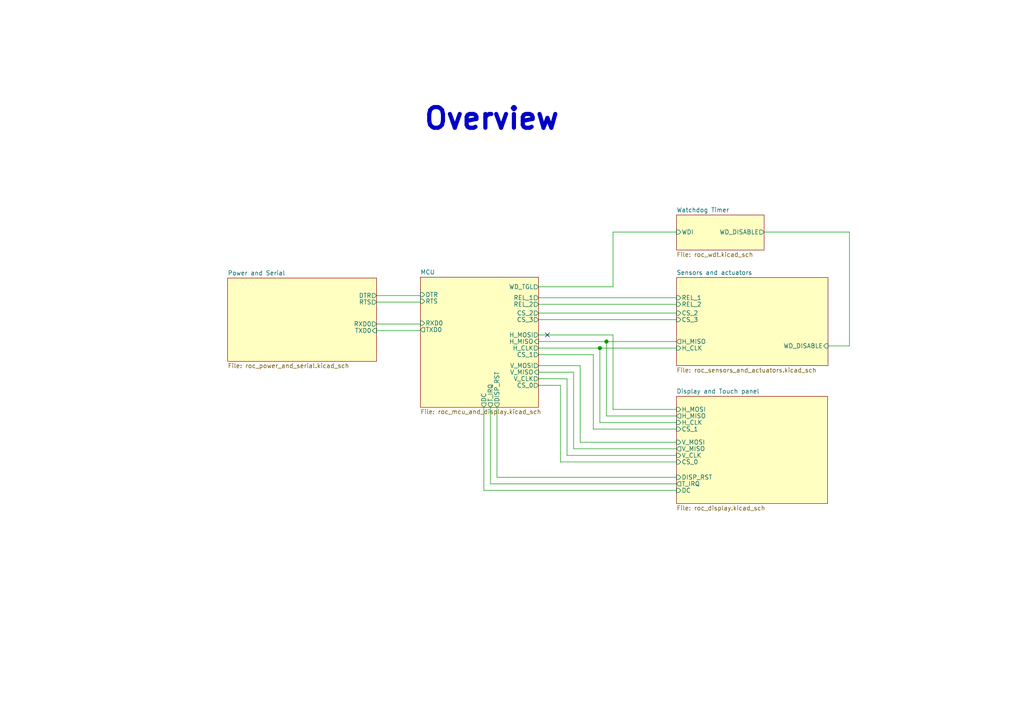
<source format=kicad_sch>
(kicad_sch (version 20210621) (generator eeschema)
  (paper "A4")
  (lib_symbols)
  (junction (at 173.99 100.965) (diameter 1.016))
  (junction (at 175.895 99.06) (diameter 1.016))
  (no_connect (at 158.75 97.155))
  (wire (pts (xy 109.22 85.725) (xy 121.92 85.725)))
  (wire (pts (xy 109.22 87.63) (xy 121.92 87.63)))
  (wire (pts (xy 109.22 93.98) (xy 121.92 93.98)))
  (wire (pts (xy 109.22 95.885) (xy 121.92 95.885)))
  (wire (pts (xy 140.335 118.11) (xy 140.335 142.24)))
  (wire (pts (xy 140.335 142.24) (xy 196.215 142.24)))
  (wire (pts (xy 142.24 140.335) (xy 142.24 118.11)))
  (wire (pts (xy 144.145 118.11) (xy 144.145 138.43)))
  (wire (pts (xy 144.145 138.43) (xy 196.215 138.43)))
  (wire (pts (xy 156.21 83.185) (xy 177.8 83.185)))
  (wire (pts (xy 156.21 86.36) (xy 196.215 86.36)))
  (wire (pts (xy 156.21 88.265) (xy 196.215 88.265)))
  (wire (pts (xy 156.21 90.805) (xy 196.215 90.805)))
  (wire (pts (xy 156.21 92.71) (xy 196.215 92.71)))
  (wire (pts (xy 156.21 97.155) (xy 177.8 97.155)))
  (wire (pts (xy 156.21 99.06) (xy 175.895 99.06)))
  (wire (pts (xy 156.21 100.965) (xy 173.99 100.965)))
  (wire (pts (xy 156.21 106.045) (xy 168.275 106.045)))
  (wire (pts (xy 156.21 107.95) (xy 166.37 107.95)))
  (wire (pts (xy 156.21 109.855) (xy 164.465 109.855)))
  (wire (pts (xy 156.21 111.76) (xy 162.56 111.76)))
  (wire (pts (xy 162.56 111.76) (xy 162.56 133.985)))
  (wire (pts (xy 162.56 133.985) (xy 196.215 133.985)))
  (wire (pts (xy 164.465 109.855) (xy 164.465 132.08)))
  (wire (pts (xy 164.465 132.08) (xy 196.215 132.08)))
  (wire (pts (xy 166.37 107.95) (xy 166.37 130.175)))
  (wire (pts (xy 166.37 130.175) (xy 196.215 130.175)))
  (wire (pts (xy 168.275 106.045) (xy 168.275 128.27)))
  (wire (pts (xy 168.275 128.27) (xy 196.215 128.27)))
  (wire (pts (xy 172.085 102.87) (xy 156.21 102.87)))
  (wire (pts (xy 172.085 124.46) (xy 172.085 102.87)))
  (wire (pts (xy 173.99 100.965) (xy 173.99 122.555)))
  (wire (pts (xy 173.99 100.965) (xy 196.215 100.965)))
  (wire (pts (xy 173.99 122.555) (xy 196.215 122.555)))
  (wire (pts (xy 175.895 99.06) (xy 196.215 99.06)))
  (wire (pts (xy 175.895 120.65) (xy 175.895 99.06)))
  (wire (pts (xy 177.8 67.31) (xy 196.215 67.31)))
  (wire (pts (xy 177.8 83.185) (xy 177.8 67.31)))
  (wire (pts (xy 177.8 97.155) (xy 177.8 118.745)))
  (wire (pts (xy 177.8 118.745) (xy 196.215 118.745)))
  (wire (pts (xy 196.215 120.65) (xy 175.895 120.65)))
  (wire (pts (xy 196.215 124.46) (xy 172.085 124.46)))
  (wire (pts (xy 196.215 140.335) (xy 142.24 140.335)))
  (wire (pts (xy 221.615 67.31) (xy 246.38 67.31)))
  (wire (pts (xy 246.38 67.31) (xy 246.38 100.33)))
  (wire (pts (xy 246.38 100.33) (xy 240.157 100.33)))
  (text "${SHEETNAME}" (at 65.405 41.402 0) (effects (font (size 6 6) (thickness 1.2) bold) (justify left bottom)))
  (text "Overview" (at 122.555 38.1 0) (effects (font (size 6 6) (thickness 1.2) bold) (justify left bottom)))
  (sheet (at 196.215 114.935) (size 43.815 31.115) (stroke (width 0.1524)) (fill (color 255 255 194 1.0000))
    (property "Sheet name" "Display and Touch panel" (at 196.215 114.2234 0) (effects (justify left bottom)))
    (property "Sheet file" "roc_display.kicad_sch" (at 196.215 146.6346 0) (effects (justify left top)))
    (pin "DC" input (at 196.215 142.24 180))
    (pin "CS_0" input (at 196.215 133.985 180))
    (pin "CS_1" input (at 196.215 124.46 180))
    (pin "DISP_RST" input (at 196.215 138.43 180))
    (pin "T_IRQ" output (at 196.215 140.335 180))
    (pin "H_MISO" output (at 196.215 120.65 180))
    (pin "H_CLK" input (at 196.215 122.555 180))
    (pin "V_MOSI" input (at 196.215 128.27 180))
    (pin "V_MISO" output (at 196.215 130.175 180))
    (pin "H_MOSI" input (at 196.215 118.745 180))
    (pin "V_CLK" input (at 196.215 132.08 180))
  )
  (sheet (at 121.92 80.391) (size 34.29 37.719) (stroke (width 0.1524)) (fill (color 255 255 194 1.0000))
    (property "Sheet name" "MCU" (at 121.92 79.6794 0) (effects (justify left bottom)))
    (property "Sheet file" "roc_mcu_and_display.kicad_sch" (at 121.92 118.6946 0) (effects (justify left top)))
    (pin "REL_1" output (at 156.21 86.36 0))
    (pin "H_MOSI" output (at 156.21 97.155 0))
    (pin "H_MISO" input (at 156.21 99.06 0))
    (pin "CS_2" output (at 156.21 90.805 0))
    (pin "H_CLK" output (at 156.21 100.965 0))
    (pin "RXD0" input (at 121.92 93.726 180))
    (pin "TXD0" output (at 121.92 95.631 180))
    (pin "RTS" input (at 121.92 87.376 180))
    (pin "DTR" input (at 121.92 85.471 180))
    (pin "REL_2" output (at 156.21 88.265 0))
    (pin "CS_3" output (at 156.21 92.71 0))
    (pin "WD_TGL" output (at 156.21 83.185 0))
    (pin "CS_1" output (at 156.21 102.87 0))
    (pin "CS_0" output (at 156.21 111.76 0))
    (pin "DC" output (at 140.335 118.11 270))
    (pin "V_MISO" input (at 156.21 107.95 0))
    (pin "T_IRQ" output (at 142.24 118.11 270))
    (pin "V_CLK" output (at 156.21 109.855 0))
    (pin "V_MOSI" output (at 156.21 106.045 0))
    (pin "DISP_RST" output (at 144.145 118.11 270))
  )
  (sheet (at 66.04 80.645) (size 43.18 24.13) (stroke (width 0.1524)) (fill (color 255 255 194 1.0000))
    (property "Sheet name" "Power and Serial" (at 66.04 79.9334 0) (effects (justify left bottom)))
    (property "Sheet file" "roc_power_and_serial.kicad_sch" (at 66.04 105.3596 0) (effects (justify left top)))
    (pin "DTR" output (at 109.22 85.725 0))
    (pin "RTS" output (at 109.22 87.63 0))
    (pin "TXD0" input (at 109.22 95.885 0))
    (pin "RXD0" output (at 109.22 93.98 0))
  )
  (sheet (at 196.215 80.518) (size 43.942 25.527) (stroke (width 0.1524)) (fill (color 255 255 194 1.0000))
    (property "Sheet name" "Sensors and actuators" (at 196.215 79.8064 0) (effects (justify left bottom)))
    (property "Sheet file" "roc_sensors_and_actuators.kicad_sch" (at 196.215 106.6296 0) (effects (justify left top)))
    (pin "H_MISO" output (at 196.215 99.06 180))
    (pin "H_CLK" input (at 196.215 100.965 180))
    (pin "CS_3" input (at 196.215 92.71 180))
    (pin "CS_2" input (at 196.215 90.805 180))
    (pin "REL_1" input (at 196.215 86.36 180))
    (pin "WD_DISABLE" input (at 240.157 100.33 0))
    (pin "REL_2" input (at 196.215 88.265 180))
  )
  (sheet (at 196.215 62.357) (size 25.4 10.16) (stroke (width 0.1524)) (fill (color 255 255 194 1.0000))
    (property "Sheet name" "Watchdog Timer" (at 196.215 61.6454 0) (effects (justify left bottom)))
    (property "Sheet file" "roc_wdt.kicad_sch" (at 196.215 73.1016 0) (effects (justify left top)))
    (pin "WDI" input (at 196.215 67.31 180))
    (pin "WD_DISABLE" output (at 221.615 67.31 0))
  )
)
</source>
